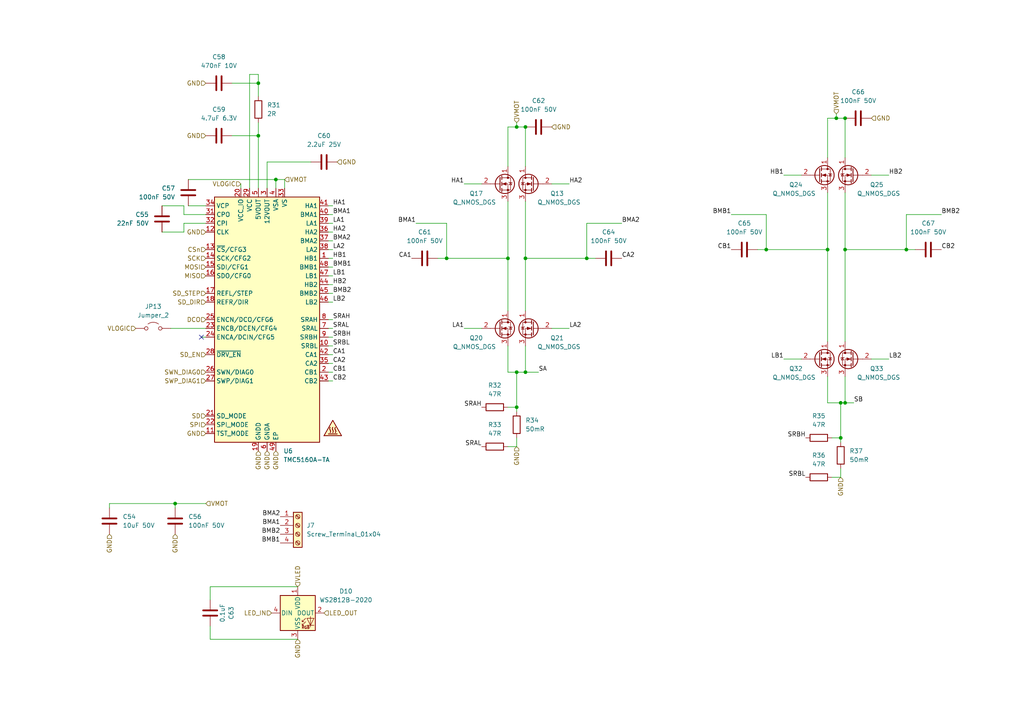
<source format=kicad_sch>
(kicad_sch (version 20231120) (generator "eeschema") (generator_version "8.0")
  (paper "A4")
  (lib_symbols
    (symbol "Connector:Screw_Terminal_01x04" (pin_names (offset 1.016) hide)
      (property "Reference" "J" (at 0 5.08 0))
      (property "Value" "Screw_Terminal_01x04" (at 0 -7.62 0))
      (symbol "Screw_Terminal_01x04_1_1"
        (rectangle (start -1.27 3.81) (end 1.27 -6.35) (stroke (width 0.254)) (fill (type background)))
        (circle (center 0 -5.08) (radius 0.635) (stroke (width 0.1524)))
        (circle (center 0 -2.54) (radius 0.635) (stroke (width 0.1524)))
        (polyline (pts (xy -0.5334 -4.7498) (xy 0.3302 -5.588)) (stroke (width 0.1524)))
        (polyline (pts (xy -0.5334 -2.2098) (xy 0.3302 -3.048)) (stroke (width 0.1524)))
        (polyline (pts (xy -0.5334 0.3302) (xy 0.3302 -0.508)) (stroke (width 0.1524)))
        (polyline (pts (xy -0.5334 2.8702) (xy 0.3302 2.032)) (stroke (width 0.1524)))
        (polyline (pts (xy -0.3556 -4.572) (xy 0.508 -5.4102)) (stroke (width 0.1524)))
        (polyline (pts (xy -0.3556 -2.032) (xy 0.508 -2.8702)) (stroke (width 0.1524)))
        (polyline (pts (xy -0.3556 0.508) (xy 0.508 -0.3302)) (stroke (width 0.1524)))
        (polyline (pts (xy -0.3556 3.048) (xy 0.508 2.2098)) (stroke (width 0.1524)))
        (circle (center 0 0) (radius 0.635) (stroke (width 0.1524)))
        (circle (center 0 2.54) (radius 0.635) (stroke (width 0.1524)))
        (pin passive line (at -5.08 2.54 0) (length 3.81) (name "Pin_1") (number "1"))
        (pin passive line (at -5.08 0 0) (length 3.81) (name "Pin_2") (number "2"))
        (pin passive line (at -5.08 -2.54 0) (length 3.81) (name "Pin_3") (number "3"))
        (pin passive line (at -5.08 -5.08 0) (length 3.81) (name "Pin_4") (number "4"))
      )
    )
    (symbol "Device:C" (pin_numbers hide) (pin_names (offset 0.254))
      (property "Reference" "C" (at 0.635 2.54 0))
      (property "Value" "C" (at 0.635 -2.54 0))
      (symbol "C_0_1"
        (polyline (pts (xy -2.032 -0.762) (xy 2.032 -0.762)) (stroke (width 0.508)))
        (polyline (pts (xy -2.032 0.762) (xy 2.032 0.762)) (stroke (width 0.508)))
      )
      (symbol "C_1_1"
        (pin passive line (at 0 3.81 270) (length 2.794) (name "~") (number "1"))
        (pin passive line (at 0 -3.81 90) (length 2.794) (name "~") (number "2"))
      )
    )
    (symbol "Device:Q_NMOS_DGS" (pin_names (offset 0) hide)
      (property "Reference" "Q" (at 5.08 1.27 0))
      (property "Value" "Q_NMOS_DGS" (at 5.08 -1.27 0))
      (symbol "Q_NMOS_DGS_0_1"
        (polyline (pts (xy 0.254 0) (xy -2.54 0)))
        (polyline (pts (xy 0.254 1.905) (xy 0.254 -1.905)) (stroke (width 0.254)))
        (polyline (pts (xy 0.762 -1.27) (xy 0.762 -2.286)) (stroke (width 0.254)))
        (polyline (pts (xy 0.762 0.508) (xy 0.762 -0.508)) (stroke (width 0.254)))
        (polyline (pts (xy 0.762 2.286) (xy 0.762 1.27)) (stroke (width 0.254)))
        (polyline (pts (xy 2.54 2.54) (xy 2.54 1.778)))
        (polyline (pts (xy 2.54 -2.54) (xy 2.54 0) (xy 0.762 0)))
        (polyline (pts (xy 0.762 -1.778) (xy 3.302 -1.778) (xy 3.302 1.778) (xy 0.762 1.778)))
        (polyline (pts (xy 1.016 0) (xy 2.032 0.381) (xy 2.032 -0.381) (xy 1.016 0)) (fill (type outline)))
        (polyline (pts (xy 2.794 0.508) (xy 2.921 0.381) (xy 3.683 0.381) (xy 3.81 0.254)))
        (polyline (pts (xy 3.302 0.381) (xy 2.921 -0.254) (xy 3.683 -0.254) (xy 3.302 0.381)))
        (circle (center 1.651 0) (radius 2.794) (stroke (width 0.254)))
        (circle (center 2.54 -1.778) (radius 0.254) (fill (type outline)))
        (circle (center 2.54 1.778) (radius 0.254) (fill (type outline)))
      )
      (symbol "Q_NMOS_DGS_1_1"
        (pin passive line (at 2.54 5.08 270) (length 2.54) (name "D") (number "1"))
        (pin input line (at -5.08 0 0) (length 2.54) (name "G") (number "2"))
        (pin passive line (at 2.54 -5.08 90) (length 2.54) (name "S") (number "3"))
      )
    )
    (symbol "Device:R" (pin_numbers hide) (pin_names (offset 0))
      (property "Reference" "R" (at 2.032 0 90))
      (property "Value" "R" (at 0 0 90))
      (symbol "R_0_1"
        (rectangle (start -1.016 -2.54) (end 1.016 2.54) (stroke (width 0.254)))
      )
      (symbol "R_1_1"
        (pin passive line (at 0 3.81 270) (length 1.27) (name "~") (number "1"))
        (pin passive line (at 0 -3.81 90) (length 1.27) (name "~") (number "2"))
      )
    )
    (symbol "Driver_Motor:TMC5160A-TA"
      (property "Reference" "U" (at -11.43 38.1 0))
      (property "Value" "TMC5160A-TA" (at 10.16 38.1 0))
      (symbol "TMC5160A-TA_1_0"
        (rectangle (start -15.24 -35.56) (end 15.24 35.56) (stroke (width 0.254)) (fill (type background)))
      )
      (symbol "TMC5160A-TA_1_1"
        (pin output line (at 17.78 17.78 180) (length 2.54) (name "HB1") (number "1"))
        (pin passive line (at 17.78 -7.62 180) (length 2.54) (name "SRBL") (number "10"))
        (pin input line (at -17.78 -33.02 0) (length 2.54) (name "TST_MODE") (number "11"))
        (pin input line (at -17.78 25.4 0) (length 2.54) (name "CLK") (number "12"))
        (pin input line (at -17.78 20.32 0) (length 2.54) (name "~{CS}/CFG3") (number "13"))
        (pin input line (at -17.78 17.78 0) (length 2.54) (name "SCK/CFG2") (number "14"))
        (pin input line (at -17.78 15.24 0) (length 2.54) (name "SDI/CFG1") (number "15"))
        (pin bidirectional line (at -17.78 12.7 0) (length 2.54) (name "SDO/CFG0") (number "16"))
        (pin input line (at -17.78 7.62 0) (length 2.54) (name "REFL/STEP") (number "17"))
        (pin input line (at -17.78 5.08 0) (length 2.54) (name "REFR/DIR") (number "18"))
        (pin power_in line (at -2.54 -38.1 90) (length 2.54) (name "GNDD") (number "19"))
        (pin passive line (at 17.78 -15.24 180) (length 2.54) (name "CB1") (number "2"))
        (pin power_in line (at -7.62 38.1 270) (length 2.54) (name "VCC_IO") (number "20"))
        (pin input line (at -17.78 -27.94 0) (length 2.54) (name "SD_MODE") (number "21"))
        (pin input line (at -17.78 -30.48 0) (length 2.54) (name "SPI_MODE") (number "22"))
        (pin input line (at -17.78 -2.54 0) (length 2.54) (name "ENCB/DCEN/CFG4") (number "23"))
        (pin input line (at -17.78 -5.08 0) (length 2.54) (name "ENCA/DCIN/CFG5") (number "24"))
        (pin bidirectional line (at -17.78 0 0) (length 2.54) (name "ENCN/DCO/CFG6") (number "25"))
        (pin bidirectional line (at -17.78 -15.24 0) (length 2.54) (name "SWN/DIAG0") (number "26"))
        (pin bidirectional line (at -17.78 -17.78 0) (length 2.54) (name "SWP/DIAG1") (number "27"))
        (pin input line (at -17.78 -10.16 0) (length 2.54) (name "~{DRV_EN}") (number "28"))
        (pin power_in line (at -5.08 38.1 270) (length 2.54) (name "VCC") (number "29"))
        (pin power_out line (at 0 38.1 270) (length 2.54) (name "12VOUT") (number "3"))
        (pin passive line (at -2.54 -38.1 90) (length 2.54) hide (name "GNDD") (number "30"))
        (pin passive line (at -17.78 30.48 0) (length 2.54) (name "CPO") (number "31"))
        (pin passive line (at -17.78 27.94 0) (length 2.54) (name "CPI") (number "32"))
        (pin power_in line (at 5.08 38.1 270) (length 2.54) (name "VS") (number "33"))
        (pin passive line (at -17.78 33.02 0) (length 2.54) (name "VCP") (number "34"))
        (pin passive line (at 17.78 -12.7 180) (length 2.54) (name "CA2") (number "35"))
        (pin output line (at 17.78 25.4 180) (length 2.54) (name "HA2") (number "36"))
        (pin passive line (at 17.78 22.86 180) (length 2.54) (name "BMA2") (number "37"))
        (pin output line (at 17.78 20.32 180) (length 2.54) (name "LA2") (number "38"))
        (pin output line (at 17.78 27.94 180) (length 2.54) (name "LA1") (number "39"))
        (pin power_in line (at 2.54 38.1 270) (length 2.54) (name "VSA") (number "4"))
        (pin passive line (at 17.78 30.48 180) (length 2.54) (name "BMA1") (number "40"))
        (pin output line (at 17.78 33.02 180) (length 2.54) (name "HA1") (number "41"))
        (pin passive line (at 17.78 -10.16 180) (length 2.54) (name "CA1") (number "42"))
        (pin passive line (at 17.78 -17.78 180) (length 2.54) (name "CB2") (number "43"))
        (pin output line (at 17.78 10.16 180) (length 2.54) (name "HB2") (number "44"))
        (pin passive line (at 17.78 7.62 180) (length 2.54) (name "BMB2") (number "45"))
        (pin output line (at 17.78 5.08 180) (length 2.54) (name "LB2") (number "46"))
        (pin output line (at 17.78 12.7 180) (length 2.54) (name "LB1") (number "47"))
        (pin passive line (at 17.78 15.24 180) (length 2.54) (name "BMB1") (number "48"))
        (pin power_in line (at 2.54 -38.1 90) (length 2.54) (name "EP") (number "49"))
        (pin power_out line (at -2.54 38.1 270) (length 2.54) (name "5VOUT") (number "5"))
        (pin power_in line (at 0 -38.1 90) (length 2.54) (name "GNDA") (number "6"))
        (pin passive line (at 17.78 -2.54 180) (length 2.54) (name "SRAL") (number "7"))
        (pin passive line (at 17.78 0 180) (length 2.54) (name "SRAH") (number "8"))
        (pin passive line (at 17.78 -5.08 180) (length 2.54) (name "SRBH") (number "9"))
      )
    )
    (symbol "Graphic:SYM_Hot_Small" (in_bom no) (on_board no)
      (symbol "SYM_Hot_Small_0_1"
        (arc (start -0.762 -1.016) (mid -0.635 -0.635) (end -0.762 -0.254) (stroke (width 0.254)))
        (arc (start -0.762 0.508) (mid -0.889 0.127) (end -0.762 -0.254) (stroke (width 0.254)))
        (arc (start 0 -1.016) (mid 0.127 -0.635) (end 0 -0.254) (stroke (width 0.254)))
        (polyline (pts (xy 1.27 -1.397) (xy -1.27 -1.397)) (stroke (width 0.254)))
        (polyline (pts (xy -2.54 -1.905) (xy 2.54 -1.905) (xy 0 2.54) (xy -2.54 -1.905)) (stroke (width 0.254)) (fill (type background)))
        (arc (start 0 0.508) (mid -0.127 0.127) (end 0 -0.254) (stroke (width 0.254)))
        (arc (start 0.762 -1.016) (mid 0.889 -0.635) (end 0.762 -0.254) (stroke (width 0.254)))
        (arc (start 0.762 0.508) (mid 0.635 0.127) (end 0.762 -0.254) (stroke (width 0.254)))
      )
    )
    (symbol "Jumper:Jumper_2_Open" (pin_numbers hide) (pin_names (offset 0) hide) (exclude_from_sim yes)
      (property "Reference" "JP" (at 0 2.794 0))
      (property "Value" "Jumper_2_Open" (at 0 -2.286 0))
      (symbol "Jumper_2_Open_0_0"
        (circle (center -2.032 0) (radius 0.508))
        (circle (center 2.032 0) (radius 0.508))
      )
      (symbol "Jumper_2_Open_0_1"
        (arc (start 1.524 1.27) (mid 0 1.778) (end -1.524 1.27))
      )
      (symbol "Jumper_2_Open_1_1"
        (pin passive line (at -5.08 0 0) (length 2.54) (name "A") (number "1"))
        (pin passive line (at 5.08 0 180) (length 2.54) (name "B") (number "2"))
      )
    )
    (symbol "LED:WS2812B" (pin_names (offset 0.254))
      (property "Reference" "D" (at 5.08 5.715 0))
      (property "Value" "WS2812B" (at 1.27 -5.715 0))
      (symbol "WS2812B_0_0"
        (text "RGB" (at 2.286 -4.191 0) (effects (font (size 0.762 0.762))))
      )
      (symbol "WS2812B_0_1"
        (polyline (pts (xy 1.27 -3.556) (xy 1.778 -3.556)))
        (polyline (pts (xy 1.27 -2.54) (xy 1.778 -2.54)))
        (polyline (pts (xy 4.699 -3.556) (xy 2.667 -3.556)))
        (polyline (pts (xy 2.286 -2.54) (xy 1.27 -3.556) (xy 1.27 -3.048)))
        (polyline (pts (xy 2.286 -1.524) (xy 1.27 -2.54) (xy 1.27 -2.032)))
        (polyline (pts (xy 3.683 -1.016) (xy 3.683 -3.556) (xy 3.683 -4.064)))
        (polyline (pts (xy 4.699 -1.524) (xy 2.667 -1.524) (xy 3.683 -3.556) (xy 4.699 -1.524)))
        (rectangle (start 5.08 5.08) (end -5.08 -5.08) (stroke (width 0.254)) (fill (type background)))
      )
      (symbol "WS2812B_1_1"
        (pin power_in line (at 0 7.62 270) (length 2.54) (name "VDD") (number "1"))
        (pin output line (at 7.62 0 180) (length 2.54) (name "DOUT") (number "2"))
        (pin power_in line (at 0 -7.62 90) (length 2.54) (name "VSS") (number "3"))
        (pin input line (at -7.62 0 0) (length 2.54) (name "DIN") (number "4"))
      )
    )
  )
  (junction (at 129.54 74.93))
  (junction (at 152.4 74.93))
  (junction (at 80.01 52.07))
  (junction (at 262.89 72.39))
  (junction (at 147.32 74.93))
  (junction (at 245.11 116.84))
  (junction (at 149.86 107.95))
  (junction (at 240.03 72.39))
  (junction (at 74.93 24.13))
  (junction (at 243.84 116.84))
  (junction (at 170.18 74.93))
  (junction (at 74.93 39.37))
  (junction (at 149.86 118.11))
  (junction (at 50.8 146.05))
  (junction (at 222.25 72.39))
  (junction (at 152.4 36.83))
  (junction (at 149.86 36.83))
  (junction (at 242.57 34.29))
  (junction (at 245.11 72.39))
  (junction (at 243.84 127))
  (junction (at 152.4 107.95))
  (junction (at 245.11 34.29))
  (no_connect (at 58.42 97.79))
  (wire (pts (xy 50.8 146.05) (xy 59.69 146.05)))
  (wire (pts (xy 152.4 58.42) (xy 152.4 74.93)))
  (wire (pts (xy 147.32 58.42) (xy 147.32 74.93)))
  (wire (pts (xy 96.52 69.85) (xy 95.25 69.85)))
  (wire (pts (xy 31.75 146.05) (xy 50.8 146.05)))
  (wire (pts (xy 170.18 74.93) (xy 172.72 74.93)))
  (wire (pts (xy 243.84 138.43) (xy 243.84 135.89)))
  (wire (pts (xy 96.52 77.47) (xy 95.25 77.47)))
  (wire (pts (xy 53.34 62.23) (xy 53.34 59.69)))
  (wire (pts (xy 53.34 67.31) (xy 53.34 64.77)))
  (wire (pts (xy 129.54 74.93) (xy 147.32 74.93)))
  (wire (pts (xy 147.32 118.11) (xy 149.86 118.11)))
  (wire (pts (xy 96.52 85.09) (xy 95.25 85.09)))
  (wire (pts (xy 96.52 64.77) (xy 95.25 64.77)))
  (wire (pts (xy 227.33 104.14) (xy 232.41 104.14)))
  (wire (pts (xy 96.52 67.31) (xy 95.25 67.31)))
  (wire (pts (xy 96.52 97.79) (xy 95.25 97.79)))
  (wire (pts (xy 242.57 34.29) (xy 245.11 34.29)))
  (wire (pts (xy 170.18 64.77) (xy 170.18 74.93)))
  (wire (pts (xy 222.25 62.23) (xy 222.25 72.39)))
  (wire (pts (xy 147.32 100.33) (xy 147.32 107.95)))
  (wire (pts (xy 152.4 107.95) (xy 156.21 107.95)))
  (wire (pts (xy 58.42 97.79) (xy 59.69 97.79)))
  (wire (pts (xy 149.86 35.56) (xy 149.86 36.83)))
  (wire (pts (xy 240.03 34.29) (xy 242.57 34.29)))
  (wire (pts (xy 80.01 52.07) (xy 80.01 54.61)))
  (wire (pts (xy 242.57 33.02) (xy 242.57 34.29)))
  (wire (pts (xy 262.89 62.23) (xy 262.89 72.39)))
  (wire (pts (xy 180.34 64.77) (xy 170.18 64.77)))
  (wire (pts (xy 222.25 72.39) (xy 240.03 72.39)))
  (wire (pts (xy 96.52 102.87) (xy 95.25 102.87)))
  (wire (pts (xy 67.31 24.13) (xy 74.93 24.13)))
  (wire (pts (xy 147.32 107.95) (xy 149.86 107.95)))
  (wire (pts (xy 74.93 24.13) (xy 74.93 21.59)))
  (wire (pts (xy 74.93 21.59) (xy 72.39 21.59)))
  (wire (pts (xy 96.52 72.39) (xy 95.25 72.39)))
  (wire (pts (xy 149.86 107.95) (xy 152.4 107.95)))
  (wire (pts (xy 74.93 35.56) (xy 74.93 39.37)))
  (wire (pts (xy 245.11 72.39) (xy 262.89 72.39)))
  (wire (pts (xy 219.71 72.39) (xy 222.25 72.39)))
  (wire (pts (xy 49.53 95.25) (xy 59.69 95.25)))
  (wire (pts (xy 160.02 53.34) (xy 165.1 53.34)))
  (wire (pts (xy 96.52 62.23) (xy 95.25 62.23)))
  (wire (pts (xy 69.85 53.34) (xy 69.85 54.61)))
  (wire (pts (xy 147.32 36.83) (xy 149.86 36.83)))
  (wire (pts (xy 160.02 95.25) (xy 165.1 95.25)))
  (wire (pts (xy 82.55 52.07) (xy 82.55 54.61)))
  (wire (pts (xy 134.62 95.25) (xy 139.7 95.25)))
  (wire (pts (xy 77.47 46.99) (xy 77.47 54.61)))
  (wire (pts (xy 127 74.93) (xy 129.54 74.93)))
  (wire (pts (xy 46.99 67.31) (xy 53.34 67.31)))
  (wire (pts (xy 96.52 87.63) (xy 95.25 87.63)))
  (wire (pts (xy 80.01 52.07) (xy 82.55 52.07)))
  (wire (pts (xy 96.52 107.95) (xy 95.25 107.95)))
  (wire (pts (xy 245.11 55.88) (xy 245.11 72.39)))
  (wire (pts (xy 252.73 104.14) (xy 257.81 104.14)))
  (wire (pts (xy 147.32 74.93) (xy 147.32 90.17)))
  (wire (pts (xy 50.8 147.32) (xy 50.8 146.05)))
  (wire (pts (xy 149.86 118.11) (xy 149.86 107.95)))
  (wire (pts (xy 96.52 80.01) (xy 95.25 80.01)))
  (wire (pts (xy 90.17 46.99) (xy 77.47 46.99)))
  (wire (pts (xy 227.33 50.8) (xy 232.41 50.8)))
  (wire (pts (xy 149.86 36.83) (xy 152.4 36.83)))
  (wire (pts (xy 240.03 55.88) (xy 240.03 72.39)))
  (wire (pts (xy 67.31 39.37) (xy 74.93 39.37)))
  (wire (pts (xy 152.4 100.33) (xy 152.4 107.95)))
  (wire (pts (xy 152.4 74.93) (xy 152.4 90.17)))
  (wire (pts (xy 212.09 62.23) (xy 222.25 62.23)))
  (wire (pts (xy 129.54 64.77) (xy 129.54 74.93)))
  (wire (pts (xy 149.86 129.54) (xy 149.86 127)))
  (wire (pts (xy 241.3 127) (xy 243.84 127)))
  (wire (pts (xy 152.4 74.93) (xy 170.18 74.93)))
  (wire (pts (xy 96.52 110.49) (xy 95.25 110.49)))
  (wire (pts (xy 60.96 170.18) (xy 86.36 170.18)))
  (wire (pts (xy 54.61 52.07) (xy 80.01 52.07)))
  (wire (pts (xy 96.52 82.55) (xy 95.25 82.55)))
  (wire (pts (xy 245.11 72.39) (xy 245.11 99.06)))
  (wire (pts (xy 60.96 181.61) (xy 60.96 185.42)))
  (wire (pts (xy 152.4 36.83) (xy 152.4 48.26)))
  (wire (pts (xy 273.05 62.23) (xy 262.89 62.23)))
  (wire (pts (xy 240.03 34.29) (xy 240.03 45.72)))
  (wire (pts (xy 262.89 72.39) (xy 265.43 72.39)))
  (wire (pts (xy 241.3 138.43) (xy 243.84 138.43)))
  (wire (pts (xy 243.84 127) (xy 243.84 128.27)))
  (wire (pts (xy 147.32 36.83) (xy 147.32 48.26)))
  (wire (pts (xy 252.73 50.8) (xy 257.81 50.8)))
  (wire (pts (xy 240.03 116.84) (xy 243.84 116.84)))
  (wire (pts (xy 74.93 39.37) (xy 74.93 54.61)))
  (wire (pts (xy 147.32 129.54) (xy 149.86 129.54)))
  (wire (pts (xy 240.03 109.22) (xy 240.03 116.84)))
  (wire (pts (xy 60.96 173.99) (xy 60.96 170.18)))
  (wire (pts (xy 59.69 62.23) (xy 53.34 62.23)))
  (wire (pts (xy 245.11 109.22) (xy 245.11 116.84)))
  (wire (pts (xy 96.52 92.71) (xy 95.25 92.71)))
  (wire (pts (xy 72.39 21.59) (xy 72.39 54.61)))
  (wire (pts (xy 96.52 105.41) (xy 95.25 105.41)))
  (wire (pts (xy 134.62 53.34) (xy 139.7 53.34)))
  (wire (pts (xy 59.69 59.69) (xy 54.61 59.69)))
  (wire (pts (xy 240.03 72.39) (xy 240.03 99.06)))
  (wire (pts (xy 53.34 64.77) (xy 59.69 64.77)))
  (wire (pts (xy 96.52 100.33) (xy 95.25 100.33)))
  (wire (pts (xy 96.52 59.69) (xy 95.25 59.69)))
  (wire (pts (xy 245.11 116.84) (xy 247.65 116.84)))
  (wire (pts (xy 96.52 95.25) (xy 95.25 95.25)))
  (wire (pts (xy 31.75 147.32) (xy 31.75 146.05)))
  (wire (pts (xy 243.84 127) (xy 243.84 116.84)))
  (wire (pts (xy 120.65 64.77) (xy 129.54 64.77)))
  (wire (pts (xy 60.96 185.42) (xy 86.36 185.42)))
  (wire (pts (xy 243.84 116.84) (xy 245.11 116.84)))
  (wire (pts (xy 149.86 118.11) (xy 149.86 119.38)))
  (wire (pts (xy 74.93 27.94) (xy 74.93 24.13)))
  (wire (pts (xy 96.52 74.93) (xy 95.25 74.93)))
  (wire (pts (xy 245.11 34.29) (xy 245.11 45.72)))
  (wire (pts (xy 53.34 59.69) (xy 46.99 59.69)))
  (label "BMB2" (at 96.52 85.09 0))
  (label "HA1" (at 96.52 59.69 0))
  (label "BMA1" (at 96.52 62.23 0))
  (label "SA" (at 156.21 107.95 0) (effects (font (size 1.2446 1.2446))))
  (label "BMA1" (at 81.28 152.4 180))
  (label "BMB2" (at 273.05 62.23 0))
  (label "HA2" (at 96.52 67.31 0))
  (label "SRBH" (at 96.52 97.79 0))
  (label "SRBL" (at 96.52 100.33 0))
  (label "CB2" (at 96.52 110.49 0))
  (label "SRBH" (at 233.68 127 180))
  (label "LB1" (at 227.33 104.14 180))
  (label "HA1" (at 134.62 53.34 180))
  (label "LA1" (at 134.62 95.25 180))
  (label "LB2" (at 257.81 104.14 0))
  (label "BMA2" (at 180.34 64.77 0))
  (label "BMA2" (at 96.52 69.85 0))
  (label "SRAL" (at 96.52 95.25 0))
  (label "HB2" (at 96.52 82.55 0))
  (label "HB2" (at 257.81 50.8 0))
  (label "CA2" (at 180.34 74.93 0))
  (label "BMB2" (at 81.28 154.94 180))
  (label "CA1" (at 96.52 102.87 0))
  (label "SRAH" (at 139.7 118.11 180))
  (label "CB1" (at 96.52 107.95 0))
  (label "CB2" (at 273.05 72.39 0))
  (label "LA1" (at 96.52 64.77 0))
  (label "HB1" (at 227.33 50.8 180))
  (label "HA2" (at 165.1 53.34 0))
  (label "LB1" (at 96.52 80.01 0))
  (label "HB1" (at 96.52 74.93 0))
  (label "BMB1" (at 212.09 62.23 180))
  (label "LA2" (at 96.52 72.39 0))
  (label "LB2" (at 96.52 87.63 0))
  (label "CB1" (at 212.09 72.39 180))
  (label "CA1" (at 119.38 74.93 180))
  (label "SRBL" (at 233.68 138.43 180))
  (label "SB" (at 247.65 116.84 0))
  (label "BMB1" (at 96.52 77.47 0))
  (label "LA2" (at 165.1 95.25 0))
  (label "BMA1" (at 120.65 64.77 180))
  (label "BMA2" (at 81.28 149.86 180))
  (label "BMB1" (at 81.28 157.48 180))
  (label "SRAL" (at 139.7 129.54 180))
  (label "CA2" (at 96.52 105.41 0))
  (label "SRAH" (at 96.52 92.71 0))
  (hierarchical_label "MISO" (shape input) (at 59.69 80.01 180))
  (hierarchical_label "GND" (shape input) (at 149.86 129.54 270))
  (hierarchical_label "GND" (shape input) (at 243.84 138.43 270))
  (hierarchical_label "VMOT" (shape input) (at 59.69 146.05 0))
  (hierarchical_label "CSn" (shape input) (at 59.69 72.39 180))
  (hierarchical_label "VLOGIC" (shape input) (at 39.37 95.25 180))
  (hierarchical_label "GND" (shape input) (at 77.47 130.81 270))
  (hierarchical_label "GND" (shape input) (at 160.02 36.83 0))
  (hierarchical_label "VLED" (shape input) (at 86.36 170.18 90))
  (hierarchical_label "SWP_DIAG1" (shape input) (at 59.69 110.49 180))
  (hierarchical_label "SCK" (shape input) (at 59.69 74.93 180))
  (hierarchical_label "GND" (shape input) (at 59.69 24.13 180))
  (hierarchical_label "SWN_DIAG0" (shape input) (at 59.69 107.95 180))
  (hierarchical_label "GND" (shape input) (at 59.69 125.73 180))
  (hierarchical_label "SPI" (shape input) (at 59.69 123.19 180))
  (hierarchical_label "GND" (shape input) (at 252.73 34.29 0))
  (hierarchical_label "VLOGIC" (shape input) (at 69.85 53.34 180))
  (hierarchical_label "LED_OUT" (shape input) (at 93.98 177.8 0))
  (hierarchical_label "GND" (shape input) (at 59.69 67.31 180))
  (hierarchical_label "SD_EN" (shape input) (at 59.69 102.87 180))
  (hierarchical_label "GND" (shape input) (at 86.36 185.42 270))
  (hierarchical_label "VMOT" (shape input) (at 82.55 52.07 0))
  (hierarchical_label "GND" (shape input) (at 74.93 130.81 270))
  (hierarchical_label "GND" (shape input) (at 31.75 154.94 270))
  (hierarchical_label "GND" (shape input) (at 97.79 46.99 0))
  (hierarchical_label "VMOT" (shape input) (at 242.57 33.02 90))
  (hierarchical_label "DCO" (shape input) (at 59.69 92.71 180))
  (hierarchical_label "VMOT" (shape input) (at 149.86 35.56 90))
  (hierarchical_label "GND" (shape input) (at 50.8 154.94 270))
  (hierarchical_label "GND" (shape input) (at 80.01 130.81 270))
  (hierarchical_label "MOSI" (shape input) (at 59.69 77.47 180))
  (hierarchical_label "LED_IN" (shape input) (at 78.74 177.8 180))
  (hierarchical_label "SD_STEP" (shape input) (at 59.69 85.09 180))
  (hierarchical_label "GND" (shape input) (at 59.69 39.37 180))
  (hierarchical_label "SD" (shape input) (at 59.69 120.65 180))
  (hierarchical_label "SD_DIR" (shape input) (at 59.69 87.63 180))
  (symbol (lib_id "Device:Q_NMOS_DGS") (at 247.65 50.8 0) (mirror y) (unit 1)
    (property "Reference" "Q25" (at 256.286 53.594 0) (effects (justify left)))
    (property "Value" "Q_NMOS_DGS" (at 261.112 56.134 0) (effects (justify left)))
    (property "Footprint" "FET:Diodes_DMT6016LFDF" (effects (hide yes)))
    (property "Description" "N-MOSFET transistor, drain/gate/source" (effects (hide yes)))
    (property "Part" "DMT6016LFDF-7" (effects (hide yes)))
    (instances (project "MotionControl" (path "" (reference "Q25") (unit 1)) (path "" (reference "Q7") (unit 1)) (path "" (reference "Q9") (unit 1)) (path "" (reference "Q23") (unit 1))))
  )
  (symbol (lib_id "Device:R") (at 143.51 129.54 270) (unit 1)
    (property "Reference" "R33" (at 143.51 123.19 90))
    (property "Value" "47R" (at 143.51 125.73 90))
    (property "Footprint" "Resistor_SMD:R_0402_1005Metric" (effects (hide yes)))
    (property "Description" "Resistor" (effects (hide yes)))
    (property "Part" "RC0402FR-0747RL" (effects (hide yes)))
    (instances (project "MotionControl" (path "" (reference "R33") (unit 1)) (path "" (reference "R12") (unit 1)) (path "" (reference "R19") (unit 1)) (path "" (reference "R26") (unit 1))))
  )
  (symbol (lib_id "Device:C") (at 215.9 72.39 270) (mirror x) (unit 1)
    (property "Reference" "C65" (at 215.9 64.77 90))
    (property "Value" "100nF 50V" (at 215.9 67.31 90))
    (property "Footprint" "Capacitor_SMD:C_0603_1608Metric" (effects (hide yes)))
    (property "Description" "Unpolarized capacitor" (effects (hide yes)))
    (property "Part" "CL10B104KB8NNNC" (effects (hide yes)))
    (instances (project "MotionControl" (path "" (reference "C65") (unit 1)) (path "" (reference "C23") (unit 1)) (path "" (reference "C37") (unit 1)) (path "" (reference "C51") (unit 1))))
  )
  (symbol (lib_id "Device:Q_NMOS_DGS") (at 237.49 104.14 0) (unit 1)
    (property "Reference" "Q32" (at 228.854 106.934 0) (effects (justify left)))
    (property "Value" "Q_NMOS_DGS" (at 224.028 109.474 0) (effects (justify left)))
    (property "Footprint" "FET:Diodes_DMT6016LFDF" (effects (hide yes)))
    (property "Description" "N-MOSFET transistor, drain/gate/source" (effects (hide yes)))
    (property "Part" "DMT6016LFDF-7" (effects (hide yes)))
    (instances (project "MotionControl" (path "" (reference "Q32") (unit 1)) (path "" (reference "Q26") (unit 1)) (path "" (reference "Q28") (unit 1)) (path "" (reference "Q30") (unit 1))))
  )
  (symbol (lib_id "LED:WS2812B") (at 86.36 177.8 0) (unit 1)
    (property "Reference" "D10" (at 100.33 171.4814 0))
    (property "Value" "WS2812B-2020" (at 100.33 174.0214 0))
    (property "Footprint" "LED_SMD:LED_WS2812B-Mini_PLCC4_3.5x3.5mm" (effects (hide yes)))
    (property "Datasheet" "https://cdn-shop.adafruit.com/datasheets/WS2812B.pdf" (effects (hide yes)))
    (property "Description" "RGB LED with integrated controller" (effects (hide yes)))
    (property "Part" "2659 (adafruit)" (effects (hide yes)))
    (instances (project "MotionControl" (path "" (reference "D10") (unit 1)) (path "" (reference "D7") (unit 1)) (path "" (reference "D8") (unit 1)) (path "" (reference "D9") (unit 1))))
  )
  (symbol (lib_id "Device:C") (at 176.53 74.93 270) (mirror x) (unit 1)
    (property "Reference" "C64" (at 176.53 67.31 90))
    (property "Value" "100nF 50V" (at 176.53 69.85 90))
    (property "Footprint" "Capacitor_SMD:C_0603_1608Metric" (effects (hide yes)))
    (property "Description" "Unpolarized capacitor" (effects (hide yes)))
    (property "Part" "CL10B104KB8NNNC" (effects (hide yes)))
    (instances (project "MotionControl" (path "" (reference "C64") (unit 1)) (path "" (reference "C22") (unit 1)) (path "" (reference "C36") (unit 1)) (path "" (reference "C50") (unit 1))))
  )
  (symbol (lib_id "Jumper:Jumper_2_Open") (at 44.45 95.25 0) (unit 1) (exclude_from_sim yes)
    (property "Reference" "JP13" (at 44.45 88.9 0))
    (property "Value" "Jumper_2" (at 44.45 91.44 0))
    (property "Footprint" "Jumper:SolderJumper-2_P1.3mm_Open_RoundedPad1.0x1.5mm" (effects (hide yes)))
    (property "Description" "Jumper, 2-pole, open" (effects (hide yes)))
    (instances (project "MotionControl" (path "" (reference "JP13") (unit 1)) (path "" (reference "JP2") (unit 1)) (path "" (reference "JP7") (unit 1)) (path "" (reference "JP10") (unit 1))))
  )
  (symbol (lib_id "Device:C") (at 123.19 74.93 270) (mirror x) (unit 1)
    (property "Reference" "C61" (at 123.19 67.31 90))
    (property "Value" "100nF 50V" (at 123.19 69.85 90))
    (property "Footprint" "Capacitor_SMD:C_0603_1608Metric" (effects (hide yes)))
    (property "Description" "Unpolarized capacitor" (effects (hide yes)))
    (property "Part" "CL10B104KB8NNNC" (effects (hide yes)))
    (instances (project "MotionControl" (path "" (reference "C61") (unit 1)) (path "" (reference "C19") (unit 1)) (path "" (reference "C33") (unit 1)) (path "" (reference "C47") (unit 1))))
  )
  (symbol (lib_id "Device:C") (at 248.92 34.29 270) (mirror x) (unit 1)
    (property "Reference" "C66" (at 248.92 26.67 90))
    (property "Value" "100nF 50V" (at 248.92 29.21 90))
    (property "Footprint" "Capacitor_SMD:C_0603_1608Metric" (effects (hide yes)))
    (property "Description" "Unpolarized capacitor" (effects (hide yes)))
    (property "Part" "CL10B104KB8NNNC" (effects (hide yes)))
    (instances (project "MotionControl" (path "" (reference "C66") (unit 1)) (path "" (reference "C24") (unit 1)) (path "" (reference "C38") (unit 1)) (path "" (reference "C52") (unit 1))))
  )
  (symbol (lib_id "Device:C") (at 93.98 46.99 90) (mirror x) (unit 1)
    (property "Reference" "C60" (at 93.98 39.37 90))
    (property "Value" "2.2uF 25V" (at 93.98 41.91 90))
    (property "Footprint" "Capacitor_SMD:C_0603_1608Metric" (effects (hide yes)))
    (property "Description" "Unpolarized capacitor" (effects (hide yes)))
    (property "Part" "GRM188R61E225KA12D" (effects (hide yes)))
    (instances (project "MotionControl" (path "" (reference "C60") (unit 1)) (path "" (reference "C18") (unit 1)) (path "" (reference "C32") (unit 1)) (path "" (reference "C46") (unit 1))))
  )
  (symbol (lib_id "Device:C") (at 63.5 39.37 90) (mirror x) (unit 1)
    (property "Reference" "C59" (at 63.5 31.75 90))
    (property "Value" "4.7uF 6.3V" (at 63.5 34.29 90))
    (property "Footprint" "Capacitor_SMD:C_0402_1005Metric" (effects (hide yes)))
    (property "Description" "Unpolarized capacitor" (effects (hide yes)))
    (property "Part" "GRM155R60J475ME47D" (effects (hide yes)))
    (instances (project "MotionControl" (path "" (reference "C59") (unit 1)) (path "" (reference "C17") (unit 1)) (path "" (reference "C31") (unit 1)) (path "" (reference "C45") (unit 1))))
  )
  (symbol (lib_id "Device:Q_NMOS_DGS") (at 144.78 53.34 0) (unit 1)
    (property "Reference" "Q17" (at 136.144 56.134 0) (effects (justify left)))
    (property "Value" "Q_NMOS_DGS" (at 131.318 58.674 0) (effects (justify left)))
    (property "Footprint" "FET:Diodes_DMT6016LFDF" (effects (hide yes)))
    (property "Description" "N-MOSFET transistor, drain/gate/source" (effects (hide yes)))
    (property "Part" "DMT6016LFDF-7" (effects (hide yes)))
    (instances (project "MotionControl" (path "" (reference "Q17") (unit 1)) (path "" (reference "Q14") (unit 1)) (path "" (reference "Q15") (unit 1)) (path "" (reference "Q16") (unit 1))))
  )
  (symbol (lib_id "Device:C") (at 156.21 36.83 270) (mirror x) (unit 1)
    (property "Reference" "C62" (at 156.21 29.21 90))
    (property "Value" "100nF 50V" (at 156.21 31.75 90))
    (property "Footprint" "Capacitor_SMD:C_0603_1608Metric" (effects (hide yes)))
    (property "Description" "Unpolarized capacitor" (effects (hide yes)))
    (property "Part" "CL10B104KB8NNNC" (effects (hide yes)))
    (instances (project "MotionControl" (path "" (reference "C62") (unit 1)) (path "" (reference "C20") (unit 1)) (path "" (reference "C34") (unit 1)) (path "" (reference "C48") (unit 1))))
  )
  (symbol (lib_id "Device:R") (at 149.86 123.19 0) (unit 1)
    (property "Reference" "R34" (at 152.4 121.9199 0) (effects (justify left)))
    (property "Value" "50mR" (at 152.4 124.4599 0) (effects (justify left)))
    (property "Footprint" "Resistor_SMD:R_2512_6332Metric" (effects (hide yes)))
    (property "Description" "Resistor" (effects (hide yes)))
    (property "Part" "CRA2512-FZ-R050ELF" (effects (hide yes)))
    (instances (project "MotionControl" (path "" (reference "R34") (unit 1)) (path "" (reference "R13") (unit 1)) (path "" (reference "R20") (unit 1)) (path "" (reference "R27") (unit 1))))
  )
  (symbol (lib_id "Device:C") (at 31.75 151.13 0) (mirror y) (unit 1)
    (property "Reference" "C54" (at 35.56 149.8599 0) (effects (justify right)))
    (property "Value" "10uF 50V" (at 35.56 152.3999 0) (effects (justify right)))
    (property "Footprint" "Capacitor_SMD:C_0805_2012Metric" (effects (hide yes)))
    (property "Description" "Unpolarized capacitor" (effects (hide yes)))
    (property "Part" "GRM21BR61H106KE43L" (effects (hide yes)))
    (instances (project "MotionControl" (path "" (reference "C54") (unit 1)) (path "" (reference "C12") (unit 1)) (path "" (reference "C26") (unit 1)) (path "" (reference "C40") (unit 1))))
  )
  (symbol (lib_id "Device:C") (at 50.8 151.13 0) (mirror y) (unit 1)
    (property "Reference" "C56" (at 54.61 149.8599 0) (effects (justify right)))
    (property "Value" "100nF 50V" (at 54.61 152.3999 0) (effects (justify right)))
    (property "Footprint" "Capacitor_SMD:C_0603_1608Metric" (effects (hide yes)))
    (property "Description" "Unpolarized capacitor" (effects (hide yes)))
    (property "Part" "CL10B104KB8NNNC" (effects (hide yes)))
    (instances (project "MotionControl" (path "" (reference "C56") (unit 1)) (path "" (reference "C14") (unit 1)) (path "" (reference "C28") (unit 1)) (path "" (reference "C42") (unit 1))))
  )
  (symbol (lib_id "Device:Q_NMOS_DGS") (at 154.94 53.34 0) (mirror y) (unit 1)
    (property "Reference" "Q13" (at 163.576 56.134 0) (effects (justify left)))
    (property "Value" "Q_NMOS_DGS" (at 168.402 58.674 0) (effects (justify left)))
    (property "Footprint" "FET:Diodes_DMT6016LFDF" (effects (hide yes)))
    (property "Description" "N-MOSFET transistor, drain/gate/source" (effects (hide yes)))
    (property "Part" "DMT6016LFDF-7" (effects (hide yes)))
    (instances (project "" (path "" (reference "Q13") (unit 1)) (path "" (reference "Q10") (unit 1)) (path "" (reference "Q11") (unit 1)) (path "" (reference "Q12") (unit 1))))
  )
  (symbol (lib_id "Device:C") (at 60.96 177.8 0) (unit 1)
    (property "Reference" "C63" (at 67.056 177.8 90))
    (property "Value" "0.1uF" (at 64.516 177.8 90))
    (property "Footprint" "Capacitor_SMD:C_0402_1005Metric" (effects (hide yes)))
    (property "Description" "Unpolarized capacitor" (effects (hide yes)))
    (property "Part" "CL05B104KP5NNNC" (effects (hide yes)))
    (instances (project "MotionControl" (path "" (reference "C63") (unit 1)) (path "" (reference "C21") (unit 1)) (path "" (reference "C35") (unit 1)) (path "" (reference "C49") (unit 1))))
  )
  (symbol (lib_id "Device:R") (at 237.49 127 270) (unit 1)
    (property "Reference" "R35" (at 237.49 120.65 90))
    (property "Value" "47R" (at 237.49 123.19 90))
    (property "Footprint" "Resistor_SMD:R_0402_1005Metric" (effects (hide yes)))
    (property "Description" "Resistor" (effects (hide yes)))
    (property "Part" "RC0402FR-0747RL" (effects (hide yes)))
    (instances (project "MotionControl" (path "" (reference "R35") (unit 1)) (path "" (reference "R14") (unit 1)) (path "" (reference "R21") (unit 1)) (path "" (reference "R28") (unit 1))))
  )
  (symbol (lib_id "Device:R") (at 74.93 31.75 0) (unit 1)
    (property "Reference" "R31" (at 77.47 30.4799 0) (effects (justify left)))
    (property "Value" "2R" (at 77.47 33.0199 0) (effects (justify left)))
    (property "Footprint" "Resistor_SMD:R_0603_1608Metric" (effects (hide yes)))
    (property "Description" "Resistor" (effects (hide yes)))
    (property "Part" "RC0603FR-072RL" (effects (hide yes)))
    (instances (project "MotionControl" (path "" (reference "R31") (unit 1)) (path "" (reference "R10") (unit 1)) (path "" (reference "R17") (unit 1)) (path "" (reference "R24") (unit 1))))
  )
  (symbol (lib_id "Device:C") (at 46.99 63.5 0) (mirror y) (unit 1)
    (property "Reference" "C55" (at 43.18 62.2299 0) (effects (justify left)))
    (property "Value" "22nF 50V" (at 43.18 64.7699 0) (effects (justify left)))
    (property "Footprint" "Capacitor_SMD:C_0402_1005Metric" (effects (hide yes)))
    (property "Description" "Unpolarized capacitor" (effects (hide yes)))
    (property "Part" "GRM155R71H223KA12D" (effects (hide yes)))
    (instances (project "MotionControl" (path "" (reference "C55") (unit 1)) (path "" (reference "C13") (unit 1)) (path "" (reference "C27") (unit 1)) (path "" (reference "C41") (unit 1))))
  )
  (symbol (lib_id "Device:C") (at 269.24 72.39 270) (mirror x) (unit 1)
    (property "Reference" "C67" (at 269.24 64.77 90))
    (property "Value" "100nF 50V" (at 269.24 67.31 90))
    (property "Footprint" "Capacitor_SMD:C_0603_1608Metric" (effects (hide yes)))
    (property "Description" "Unpolarized capacitor" (effects (hide yes)))
    (property "Part" "CL10B104KB8NNNC" (effects (hide yes)))
    (instances (project "MotionControl" (path "" (reference "C67") (unit 1)) (path "" (reference "C25") (unit 1)) (path "" (reference "C39") (unit 1)) (path "" (reference "C53") (unit 1))))
  )
  (symbol (lib_id "Device:Q_NMOS_DGS") (at 237.49 50.8 0) (unit 1)
    (property "Reference" "Q24" (at 228.854 53.594 0) (effects (justify left)))
    (property "Value" "Q_NMOS_DGS" (at 224.028 56.134 0) (effects (justify left)))
    (property "Footprint" "FET:Diodes_DMT6016LFDF" (effects (hide yes)))
    (property "Description" "N-MOSFET transistor, drain/gate/source" (effects (hide yes)))
    (property "Part" "DMT6016LFDF-7" (effects (hide yes)))
    (instances (project "MotionControl" (path "" (reference "Q24") (unit 1)) (path "" (reference "Q6") (unit 1)) (path "" (reference "Q8") (unit 1)) (path "" (reference "Q22") (unit 1))))
  )
  (symbol (lib_id "Device:C") (at 63.5 24.13 90) (mirror x) (unit 1)
    (property "Reference" "C58" (at 63.5 16.51 90))
    (property "Value" "470nF 10V" (at 63.5 19.05 90))
    (property "Footprint" "Capacitor_SMD:C_0402_1005Metric" (effects (hide yes)))
    (property "Description" "Unpolarized capacitor" (effects (hide yes)))
    (property "Part" "GRM155R61A474KE15D" (effects (hide yes)))
    (instances (project "MotionControl" (path "" (reference "C58") (unit 1)) (path "" (reference "C16") (unit 1)) (path "" (reference "C30") (unit 1)) (path "" (reference "C44") (unit 1))))
  )
  (symbol (lib_id "Connector:Screw_Terminal_01x04") (at 86.36 152.4 0) (unit 1)
    (property "Reference" "J7" (at 88.9 152.3999 0) (effects (justify left)))
    (property "Value" "Screw_Terminal_01x04" (at 88.9 154.9399 0) (effects (justify left)))
    (property "Footprint" "Connector_Phoenix_MSTB:PhoenixContact_MSTBVA_2,5_4-G-5,08_1x04_P5.08mm_Vertical" (effects (hide yes)))
    (property "Description" "Generic screw terminal, single row, 01x04, script generated (kicad-library-utils/schlib/autogen/connector/)" (effects (hide yes)))
    (property "Part" "1755752" (effects (hide yes)))
    (instances (project "MotionControl" (path "" (reference "J7") (unit 1)) (path "" (reference "J3") (unit 1)) (path "" (reference "J5") (unit 1)) (path "" (reference "J6") (unit 1))))
  )
  (symbol (lib_id "Device:Q_NMOS_DGS") (at 154.94 95.25 0) (mirror y) (unit 1)
    (property "Reference" "Q21" (at 163.576 98.044 0) (effects (justify left)))
    (property "Value" "Q_NMOS_DGS" (at 168.402 100.584 0) (effects (justify left)))
    (property "Footprint" "FET:Diodes_DMT6016LFDF" (effects (hide yes)))
    (property "Description" "N-MOSFET transistor, drain/gate/source" (effects (hide yes)))
    (property "Part" "DMT6016LFDF-7" (effects (hide yes)))
    (instances (project "MotionControl" (path "" (reference "Q21") (unit 1)) (path "" (reference "Q3") (unit 1)) (path "" (reference "Q5") (unit 1)) (path "" (reference "Q19") (unit 1))))
  )
  (symbol (lib_id "Graphic:SYM_Hot_Small") (at 96.52 124.46 0) (unit 1) (exclude_from_sim yes) (in_bom no) (on_board no)
    (property "Reference" "#SYM4" (effects (hide yes)))
    (property "Value" "SYM_Hot_Small" (effects (hide yes)))
    (property "Description" "Hot surface warning symbol, small" (effects (hide yes)))
    (instances (project "MotionControl" (path "" (reference "#SYM4") (unit 1)) (path "" (reference "#SYM1") (unit 1)) (path "" (reference "#SYM2") (unit 1)) (path "" (reference "#SYM3") (unit 1))))
  )
  (symbol (lib_id "Device:Q_NMOS_DGS") (at 247.65 104.14 0) (mirror y) (unit 1)
    (property "Reference" "Q33" (at 256.286 106.934 0) (effects (justify left)))
    (property "Value" "Q_NMOS_DGS" (at 261.112 109.474 0) (effects (justify left)))
    (property "Footprint" "FET:Diodes_DMT6016LFDF" (effects (hide yes)))
    (property "Description" "N-MOSFET transistor, drain/gate/source" (effects (hide yes)))
    (property "Part" "DMT6016LFDF-7" (effects (hide yes)))
    (instances (project "MotionControl" (path "" (reference "Q33") (unit 1)) (path "" (reference "Q27") (unit 1)) (path "" (reference "Q29") (unit 1)) (path "" (reference "Q31") (unit 1))))
  )
  (symbol (lib_id "Device:C") (at 54.61 55.88 0) (mirror y) (unit 1)
    (property "Reference" "C57" (at 50.8 54.6099 0) (effects (justify left)))
    (property "Value" "100nF 50V" (at 50.8 57.1499 0) (effects (justify left)))
    (property "Footprint" "Capacitor_SMD:C_0603_1608Metric" (effects (hide yes)))
    (property "Description" "Unpolarized capacitor" (effects (hide yes)))
    (property "Part" "CL10B104KB8NNNC" (effects (hide yes)))
    (instances (project "MotionControl" (path "" (reference "C57") (unit 1)) (path "" (reference "C15") (unit 1)) (path "" (reference "C29") (unit 1)) (path "" (reference "C43") (unit 1))))
  )
  (symbol (lib_id "Driver_Motor:TMC5160A-TA") (at 77.47 92.71 0) (unit 1)
    (property "Reference" "U6" (at 82.2041 130.81 0) (effects (justify left)))
    (property "Value" "TMC5160A-TA" (at 82.2041 133.35 0) (effects (justify left)))
    (property "Footprint" "QFP_Thermal:TQFP-48-1EP_7x7mm_P0.5mm_EP5x5mm_ThermalVias_0.3" (effects (hide yes)))
    (property "Datasheet" "https://www.trinamic.com/fileadmin/assets/Products/ICs_Documents/TMC5160A_Datasheet_Rev1.14.pdf" (effects (hide yes)))
    (property "Description" "20A Driver for two-phase bipolar stepper motor, SPI, UART, TQFP-48" (effects (hide yes)))
    (property "Part" "TMC5160A-TA" (effects (hide yes)))
    (instances (project "MotionControl" (path "" (reference "U6") (unit 1)) (path "" (reference "U3") (unit 1)) (path "" (reference "U4") (unit 1)) (path "" (reference "U5") (unit 1))))
  )
  (symbol (lib_id "Device:Q_NMOS_DGS") (at 144.78 95.25 0) (unit 1)
    (property "Reference" "Q20" (at 136.144 98.044 0) (effects (justify left)))
    (property "Value" "Q_NMOS_DGS" (at 131.318 100.584 0) (effects (justify left)))
    (property "Footprint" "FET:Diodes_DMT6016LFDF" (effects (hide yes)))
    (property "Description" "N-MOSFET transistor, drain/gate/source" (effects (hide yes)))
    (property "Part" "DMT6016LFDF-7" (effects (hide yes)))
    (instances (project "MotionControl" (path "" (reference "Q20") (unit 1)) (path "" (reference "Q2") (unit 1)) (path "" (reference "Q4") (unit 1)) (path "" (reference "Q18") (unit 1))))
  )
  (symbol (lib_id "Device:R") (at 143.51 118.11 270) (unit 1)
    (property "Reference" "R32" (at 143.51 111.76 90))
    (property "Value" "47R" (at 143.51 114.3 90))
    (property "Footprint" "Resistor_SMD:R_0402_1005Metric" (effects (hide yes)))
    (property "Description" "Resistor" (effects (hide yes)))
    (property "Part" "RC0402FR-0747RL" (effects (hide yes)))
    (instances (project "MotionControl" (path "" (reference "R32") (unit 1)) (path "" (reference "R11") (unit 1)) (path "" (reference "R18") (unit 1)) (path "" (reference "R25") (unit 1))))
  )
  (symbol (lib_id "Device:R") (at 243.84 132.08 0) (unit 1)
    (property "Reference" "R37" (at 246.38 130.8099 0) (effects (justify left)))
    (property "Value" "50mR" (at 246.38 133.3499 0) (effects (justify left)))
    (property "Footprint" "Resistor_SMD:R_2512_6332Metric" (effects (hide yes)))
    (property "Description" "Resistor" (effects (hide yes)))
    (property "Part" "CRA2512-FZ-R050ELF" (effects (hide yes)))
    (instances (project "MotionControl" (path "" (reference "R37") (unit 1)) (path "" (reference "R16") (unit 1)) (path "" (reference "R23") (unit 1)) (path "" (reference "R30") (unit 1))))
  )
  (symbol (lib_id "Device:R") (at 237.49 138.43 270) (unit 1)
    (property "Reference" "R36" (at 237.49 132.08 90))
    (property "Value" "47R" (at 237.49 134.62 90))
    (property "Footprint" "Resistor_SMD:R_0402_1005Metric" (effects (hide yes)))
    (property "Description" "Resistor" (effects (hide yes)))
    (property "Part" "RC0402FR-0747RL" (effects (hide yes)))
    (instances (project "MotionControl" (path "" (reference "R36") (unit 1)) (path "" (reference "R15") (unit 1)) (path "" (reference "R22") (unit 1)) (path "" (reference "R29") (unit 1))))
  )
)
</source>
